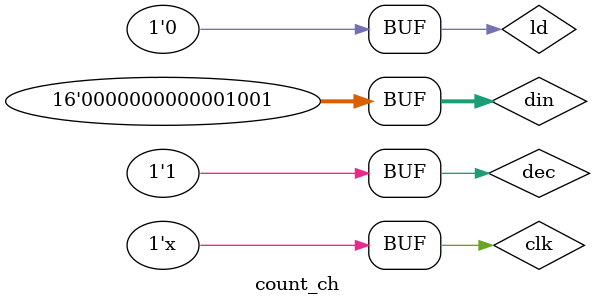
<source format=v>
`timescale 1ns / 1ps


module count_ch;

	// Inputs
	reg [15:0] din;
	reg ld;
	reg dec;
	reg clk;

	// Outputs
	wire [15:0] dout;

	// Instantiate the Unit Under Test (UUT)
	count uut (
		.dout(dout), 
		.din(din), 
		.ld(ld), 
		.dec(dec), 
		.clk(clk)
	);

	initial begin
		// Initialize Inputs
		din = 0;
		ld = 0;
		dec = 0;
		clk = 0;

		// Wait 100 ns for global reset to finish
		#100;
		#50
		din=16'h9;
		
		#100
        
		// Add stimulus here
		ld=1;
		#200;
		ld=0;
		dec=1;

	end
	
	always #100 clk=~clk;
      
endmodule


</source>
